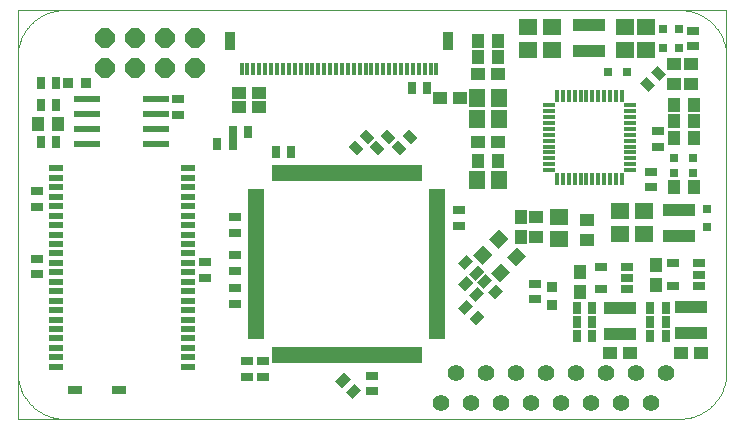
<source format=gts>
G75*
%MOIN*%
%OFA0B0*%
%FSLAX25Y25*%
%IPPOS*%
%LPD*%
%AMOC8*
5,1,8,0,0,1.08239X$1,22.5*
%
%ADD10C,0.00000*%
%ADD11R,0.05512X0.50394*%
%ADD12R,0.50394X0.05512*%
%ADD13R,0.05124X0.02369*%
%ADD14R,0.03156X0.03943*%
%ADD15R,0.03943X0.03156*%
%ADD16R,0.05124X0.03156*%
%ADD17R,0.01654X0.03937*%
%ADD18R,0.03937X0.01654*%
%ADD19R,0.11030X0.04337*%
%ADD20R,0.06306X0.05518*%
%ADD21R,0.02762X0.02762*%
%ADD22R,0.05518X0.06306*%
%ADD23R,0.04731X0.04337*%
%ADD24R,0.04337X0.04731*%
%ADD25R,0.09061X0.02369*%
%ADD26OC8,0.06400*%
%ADD27R,0.03550X0.03550*%
%ADD28R,0.04337X0.03156*%
%ADD29C,0.05550*%
%ADD30R,0.01581X0.04337*%
%ADD31R,0.03550X0.06306*%
D10*
X0006118Y0012146D02*
X0006118Y0026320D01*
X0006118Y0027894D02*
X0006118Y0133406D01*
X0006118Y0148367D01*
X0020291Y0148367D01*
X0021866Y0148367D02*
X0227378Y0148367D01*
X0228165Y0148367D02*
X0242339Y0148367D01*
X0242339Y0134194D01*
X0242339Y0132619D02*
X0242339Y0027107D01*
X0242338Y0027107D02*
X0242319Y0026726D01*
X0242290Y0026345D01*
X0242252Y0025966D01*
X0242205Y0025587D01*
X0242148Y0025210D01*
X0242082Y0024834D01*
X0242007Y0024460D01*
X0241923Y0024087D01*
X0241829Y0023717D01*
X0241727Y0023350D01*
X0241615Y0022985D01*
X0241495Y0022623D01*
X0241366Y0022264D01*
X0241228Y0021908D01*
X0241082Y0021556D01*
X0240926Y0021207D01*
X0240763Y0020862D01*
X0240591Y0020522D01*
X0240410Y0020185D01*
X0240222Y0019854D01*
X0240025Y0019527D01*
X0239821Y0019204D01*
X0239608Y0018887D01*
X0239388Y0018576D01*
X0239160Y0018270D01*
X0238925Y0017969D01*
X0238683Y0017674D01*
X0238433Y0017386D01*
X0238176Y0017103D01*
X0237913Y0016827D01*
X0237643Y0016558D01*
X0237366Y0016295D01*
X0237083Y0016039D01*
X0236794Y0015790D01*
X0236499Y0015548D01*
X0236198Y0015314D01*
X0235891Y0015087D01*
X0235579Y0014867D01*
X0235261Y0014655D01*
X0234939Y0014452D01*
X0234611Y0014256D01*
X0234279Y0014068D01*
X0233942Y0013888D01*
X0233602Y0013717D01*
X0233256Y0013554D01*
X0232907Y0013400D01*
X0232555Y0013254D01*
X0232199Y0013117D01*
X0231839Y0012988D01*
X0231477Y0012869D01*
X0231112Y0012758D01*
X0230744Y0012657D01*
X0230374Y0012564D01*
X0230001Y0012481D01*
X0229627Y0012407D01*
X0229251Y0012342D01*
X0228874Y0012286D01*
X0228495Y0012239D01*
X0228115Y0012202D01*
X0227734Y0012174D01*
X0227353Y0012155D01*
X0226972Y0012146D01*
X0226590Y0012146D01*
X0226591Y0012146D02*
X0021079Y0012146D01*
X0006118Y0012146D01*
X0021079Y0012147D02*
X0020698Y0012166D01*
X0020317Y0012195D01*
X0019938Y0012233D01*
X0019559Y0012280D01*
X0019182Y0012337D01*
X0018806Y0012403D01*
X0018432Y0012478D01*
X0018059Y0012562D01*
X0017689Y0012656D01*
X0017322Y0012758D01*
X0016957Y0012870D01*
X0016595Y0012990D01*
X0016236Y0013119D01*
X0015880Y0013257D01*
X0015528Y0013403D01*
X0015179Y0013559D01*
X0014834Y0013722D01*
X0014494Y0013894D01*
X0014157Y0014075D01*
X0013826Y0014263D01*
X0013499Y0014460D01*
X0013176Y0014664D01*
X0012859Y0014877D01*
X0012548Y0015097D01*
X0012242Y0015325D01*
X0011941Y0015560D01*
X0011646Y0015802D01*
X0011358Y0016052D01*
X0011075Y0016309D01*
X0010799Y0016572D01*
X0010530Y0016842D01*
X0010267Y0017119D01*
X0010011Y0017402D01*
X0009762Y0017691D01*
X0009520Y0017986D01*
X0009286Y0018287D01*
X0009059Y0018594D01*
X0008839Y0018906D01*
X0008627Y0019224D01*
X0008424Y0019546D01*
X0008228Y0019874D01*
X0008040Y0020206D01*
X0007860Y0020543D01*
X0007689Y0020883D01*
X0007526Y0021229D01*
X0007372Y0021578D01*
X0007226Y0021930D01*
X0007089Y0022286D01*
X0006960Y0022646D01*
X0006841Y0023008D01*
X0006730Y0023373D01*
X0006629Y0023741D01*
X0006536Y0024111D01*
X0006453Y0024484D01*
X0006379Y0024858D01*
X0006314Y0025234D01*
X0006258Y0025611D01*
X0006211Y0025990D01*
X0006174Y0026370D01*
X0006146Y0026751D01*
X0006127Y0027132D01*
X0006118Y0027513D01*
X0006118Y0027895D01*
X0006118Y0133406D02*
X0006137Y0133787D01*
X0006166Y0134168D01*
X0006204Y0134547D01*
X0006251Y0134926D01*
X0006308Y0135303D01*
X0006374Y0135679D01*
X0006449Y0136053D01*
X0006533Y0136426D01*
X0006627Y0136796D01*
X0006729Y0137163D01*
X0006841Y0137528D01*
X0006961Y0137890D01*
X0007090Y0138249D01*
X0007228Y0138605D01*
X0007374Y0138957D01*
X0007530Y0139306D01*
X0007693Y0139651D01*
X0007865Y0139991D01*
X0008046Y0140328D01*
X0008234Y0140659D01*
X0008431Y0140986D01*
X0008635Y0141309D01*
X0008848Y0141626D01*
X0009068Y0141937D01*
X0009296Y0142243D01*
X0009531Y0142544D01*
X0009773Y0142839D01*
X0010023Y0143127D01*
X0010280Y0143410D01*
X0010543Y0143686D01*
X0010813Y0143955D01*
X0011090Y0144218D01*
X0011373Y0144474D01*
X0011662Y0144723D01*
X0011957Y0144965D01*
X0012258Y0145199D01*
X0012565Y0145426D01*
X0012877Y0145646D01*
X0013195Y0145858D01*
X0013517Y0146061D01*
X0013845Y0146257D01*
X0014177Y0146445D01*
X0014514Y0146625D01*
X0014854Y0146796D01*
X0015200Y0146959D01*
X0015549Y0147113D01*
X0015901Y0147259D01*
X0016257Y0147396D01*
X0016617Y0147525D01*
X0016979Y0147644D01*
X0017344Y0147755D01*
X0017712Y0147856D01*
X0018082Y0147949D01*
X0018455Y0148032D01*
X0018829Y0148106D01*
X0019205Y0148171D01*
X0019582Y0148227D01*
X0019961Y0148274D01*
X0020341Y0148311D01*
X0020722Y0148339D01*
X0021103Y0148358D01*
X0021484Y0148367D01*
X0021866Y0148367D01*
X0227378Y0148367D02*
X0227759Y0148348D01*
X0228140Y0148319D01*
X0228519Y0148281D01*
X0228898Y0148234D01*
X0229275Y0148177D01*
X0229651Y0148111D01*
X0230025Y0148036D01*
X0230398Y0147952D01*
X0230768Y0147858D01*
X0231135Y0147756D01*
X0231500Y0147644D01*
X0231862Y0147524D01*
X0232221Y0147395D01*
X0232577Y0147257D01*
X0232929Y0147111D01*
X0233278Y0146955D01*
X0233623Y0146792D01*
X0233963Y0146620D01*
X0234300Y0146439D01*
X0234631Y0146251D01*
X0234958Y0146054D01*
X0235281Y0145850D01*
X0235598Y0145637D01*
X0235909Y0145417D01*
X0236215Y0145189D01*
X0236516Y0144954D01*
X0236811Y0144712D01*
X0237099Y0144462D01*
X0237382Y0144205D01*
X0237658Y0143942D01*
X0237927Y0143672D01*
X0238190Y0143395D01*
X0238446Y0143112D01*
X0238695Y0142823D01*
X0238937Y0142528D01*
X0239171Y0142227D01*
X0239398Y0141920D01*
X0239618Y0141608D01*
X0239830Y0141290D01*
X0240033Y0140968D01*
X0240229Y0140640D01*
X0240417Y0140308D01*
X0240597Y0139971D01*
X0240768Y0139631D01*
X0240931Y0139285D01*
X0241085Y0138936D01*
X0241231Y0138584D01*
X0241368Y0138228D01*
X0241497Y0137868D01*
X0241616Y0137506D01*
X0241727Y0137141D01*
X0241828Y0136773D01*
X0241921Y0136403D01*
X0242004Y0136030D01*
X0242078Y0135656D01*
X0242143Y0135280D01*
X0242199Y0134903D01*
X0242246Y0134524D01*
X0242283Y0134144D01*
X0242311Y0133763D01*
X0242330Y0133382D01*
X0242339Y0133001D01*
X0242339Y0132619D01*
D11*
X0146039Y0063800D03*
X0085409Y0063800D03*
D12*
X0115724Y0033485D03*
X0115724Y0094115D03*
D13*
X0062811Y0095611D03*
X0062811Y0092461D03*
X0062811Y0089312D03*
X0062811Y0086162D03*
X0062811Y0083012D03*
X0062811Y0079863D03*
X0062811Y0076713D03*
X0062811Y0073564D03*
X0062811Y0070414D03*
X0062811Y0067264D03*
X0062811Y0064115D03*
X0062811Y0060965D03*
X0062811Y0057816D03*
X0062811Y0054666D03*
X0062811Y0051516D03*
X0062811Y0048367D03*
X0062811Y0045217D03*
X0062811Y0042068D03*
X0062811Y0038918D03*
X0062811Y0035768D03*
X0062811Y0032619D03*
X0062811Y0029469D03*
X0018717Y0029469D03*
X0018717Y0032619D03*
X0018717Y0035768D03*
X0018717Y0038918D03*
X0018717Y0042068D03*
X0018717Y0045217D03*
X0018717Y0048367D03*
X0018717Y0051516D03*
X0018717Y0054666D03*
X0018717Y0057816D03*
X0018717Y0060965D03*
X0018717Y0064115D03*
X0018717Y0067264D03*
X0018717Y0070414D03*
X0018717Y0073564D03*
X0018717Y0076713D03*
X0018717Y0079863D03*
X0018717Y0083012D03*
X0018717Y0086162D03*
X0018717Y0089312D03*
X0018717Y0092461D03*
X0018717Y0095611D03*
D14*
X0018913Y0104272D03*
X0013795Y0104272D03*
X0013795Y0116871D03*
X0018913Y0116871D03*
X0018913Y0123957D03*
X0013795Y0123957D03*
X0072654Y0103682D03*
X0077772Y0103682D03*
X0077811Y0107697D03*
X0082929Y0107697D03*
X0092142Y0101123D03*
X0097260Y0101123D03*
G36*
X0121385Y0102186D02*
X0119153Y0099954D01*
X0116367Y0102740D01*
X0118599Y0104972D01*
X0121385Y0102186D01*
G37*
G36*
X0125004Y0105805D02*
X0122772Y0103573D01*
X0119986Y0106359D01*
X0122218Y0108591D01*
X0125004Y0105805D01*
G37*
G36*
X0128471Y0102186D02*
X0126239Y0099954D01*
X0123453Y0102740D01*
X0125685Y0104972D01*
X0128471Y0102186D01*
G37*
G36*
X0132090Y0105805D02*
X0129858Y0103573D01*
X0127072Y0106359D01*
X0129304Y0108591D01*
X0132090Y0105805D01*
G37*
G36*
X0135755Y0102186D02*
X0133523Y0099954D01*
X0130737Y0102740D01*
X0132969Y0104972D01*
X0135755Y0102186D01*
G37*
G36*
X0139374Y0105805D02*
X0137142Y0103573D01*
X0134356Y0106359D01*
X0136588Y0108591D01*
X0139374Y0105805D01*
G37*
X0137417Y0122383D03*
X0142535Y0122383D03*
G36*
X0213611Y0124000D02*
X0215843Y0126232D01*
X0218629Y0123446D01*
X0216397Y0121214D01*
X0213611Y0124000D01*
G37*
G36*
X0217230Y0127619D02*
X0219462Y0129851D01*
X0222248Y0127065D01*
X0220016Y0124833D01*
X0217230Y0127619D01*
G37*
G36*
X0155213Y0061841D02*
X0152981Y0064073D01*
X0155767Y0066859D01*
X0157999Y0064627D01*
X0155213Y0061841D01*
G37*
G36*
X0158832Y0058221D02*
X0156600Y0060453D01*
X0159386Y0063239D01*
X0161618Y0061007D01*
X0158832Y0058221D01*
G37*
G36*
X0162066Y0060559D02*
X0164298Y0058327D01*
X0161512Y0055541D01*
X0159280Y0057773D01*
X0162066Y0060559D01*
G37*
G36*
X0155213Y0054754D02*
X0152981Y0056986D01*
X0155767Y0059772D01*
X0157999Y0057540D01*
X0155213Y0054754D01*
G37*
G36*
X0158832Y0051135D02*
X0156600Y0053367D01*
X0159386Y0056153D01*
X0161618Y0053921D01*
X0158832Y0051135D01*
G37*
G36*
X0155213Y0046880D02*
X0152981Y0049112D01*
X0155767Y0051898D01*
X0157999Y0049666D01*
X0155213Y0046880D01*
G37*
G36*
X0158832Y0043261D02*
X0156600Y0045493D01*
X0159386Y0048279D01*
X0161618Y0046047D01*
X0158832Y0043261D01*
G37*
G36*
X0165685Y0056940D02*
X0167917Y0054708D01*
X0165131Y0051922D01*
X0162899Y0054154D01*
X0165685Y0056940D01*
G37*
X0192535Y0049154D03*
X0197654Y0049154D03*
X0197654Y0044430D03*
X0192535Y0044430D03*
X0192535Y0039705D03*
X0197654Y0039705D03*
X0216945Y0039705D03*
X0222063Y0039705D03*
X0222063Y0044430D03*
X0216945Y0044430D03*
X0216945Y0049154D03*
X0222063Y0049154D03*
G36*
X0117887Y0018851D02*
X0115655Y0021083D01*
X0118441Y0023869D01*
X0120673Y0021637D01*
X0117887Y0018851D01*
G37*
G36*
X0114268Y0022470D02*
X0112036Y0024702D01*
X0114822Y0027488D01*
X0117054Y0025256D01*
X0114268Y0022470D01*
G37*
D15*
X0124228Y0021398D03*
X0124228Y0026516D03*
X0088008Y0026123D03*
X0088008Y0031241D03*
X0082496Y0031241D03*
X0082496Y0026123D03*
X0078559Y0050532D03*
X0078559Y0055650D03*
X0078559Y0061556D03*
X0078559Y0066674D03*
X0068520Y0064312D03*
X0068520Y0059194D03*
X0078559Y0074154D03*
X0078559Y0079272D03*
X0059661Y0113524D03*
X0059661Y0118642D03*
X0012417Y0087934D03*
X0012417Y0082816D03*
X0012417Y0065493D03*
X0012417Y0060375D03*
X0153362Y0076516D03*
X0153362Y0081634D03*
X0178559Y0057225D03*
X0178559Y0052107D03*
X0217142Y0089312D03*
X0217142Y0094430D03*
X0219701Y0102894D03*
X0219701Y0108012D03*
X0231315Y0136359D03*
X0231315Y0141477D03*
D16*
X0039780Y0021595D03*
X0025213Y0021595D03*
D17*
X0185843Y0092087D03*
X0187811Y0092087D03*
X0189780Y0092087D03*
X0191748Y0092087D03*
X0193717Y0092087D03*
X0195685Y0092087D03*
X0197654Y0092087D03*
X0199622Y0092087D03*
X0201591Y0092087D03*
X0203559Y0092087D03*
X0205528Y0092087D03*
X0207496Y0092087D03*
X0207496Y0119607D03*
X0205528Y0119607D03*
X0203559Y0119607D03*
X0201591Y0119607D03*
X0199622Y0119607D03*
X0197654Y0119607D03*
X0195685Y0119607D03*
X0193717Y0119607D03*
X0191748Y0119607D03*
X0189780Y0119607D03*
X0187811Y0119607D03*
X0185843Y0119607D03*
D18*
X0183106Y0116674D03*
X0183106Y0114705D03*
X0183106Y0112737D03*
X0183106Y0110768D03*
X0183106Y0108800D03*
X0183106Y0106831D03*
X0183106Y0104863D03*
X0183106Y0102894D03*
X0183106Y0100926D03*
X0183106Y0098957D03*
X0183106Y0096989D03*
X0183106Y0095020D03*
X0210232Y0095020D03*
X0210232Y0096989D03*
X0210232Y0098957D03*
X0210232Y0100926D03*
X0210232Y0102894D03*
X0210232Y0104863D03*
X0210232Y0106831D03*
X0210232Y0108800D03*
X0210232Y0110768D03*
X0210232Y0112737D03*
X0210232Y0114705D03*
X0210232Y0116674D03*
D19*
X0196669Y0134587D03*
X0196669Y0143249D03*
X0226591Y0081831D03*
X0226591Y0073170D03*
X0230528Y0049548D03*
X0230528Y0040886D03*
X0206906Y0040493D03*
X0206906Y0049154D03*
D20*
X0186433Y0071989D03*
X0186433Y0079469D03*
X0206906Y0081241D03*
X0214780Y0081241D03*
X0214780Y0073760D03*
X0206906Y0073760D03*
X0208480Y0135178D03*
X0215567Y0135178D03*
X0215567Y0142658D03*
X0208480Y0142658D03*
X0184071Y0142658D03*
X0176197Y0142658D03*
X0176197Y0135178D03*
X0184071Y0135178D03*
D21*
X0202969Y0127894D03*
X0209268Y0127894D03*
X0221276Y0135768D03*
X0226591Y0135768D03*
X0226591Y0142068D03*
X0221276Y0142068D03*
X0225016Y0099154D03*
X0231315Y0099154D03*
X0231315Y0094036D03*
X0225016Y0094036D03*
X0236039Y0082225D03*
X0236039Y0075926D03*
D22*
X0166551Y0091674D03*
X0159071Y0091674D03*
X0159071Y0112146D03*
X0166551Y0112146D03*
X0166551Y0119233D03*
X0159071Y0119233D03*
D23*
X0153559Y0119233D03*
X0146866Y0119233D03*
X0159465Y0127107D03*
X0166157Y0127107D03*
X0166157Y0104272D03*
X0159465Y0104272D03*
X0178953Y0079272D03*
X0178953Y0072579D03*
X0195882Y0071792D03*
X0195882Y0078485D03*
X0225016Y0123760D03*
X0230528Y0123760D03*
X0230528Y0130453D03*
X0225016Y0130453D03*
X0086630Y0120808D03*
X0086630Y0116083D03*
X0079937Y0116083D03*
X0079937Y0120808D03*
X0203559Y0034194D03*
X0210252Y0034194D03*
X0227181Y0034194D03*
X0233874Y0034194D03*
D24*
X0218717Y0056831D03*
X0218717Y0063524D03*
X0193520Y0061162D03*
X0193520Y0054469D03*
G36*
X0172177Y0062994D02*
X0169111Y0066060D01*
X0172455Y0069404D01*
X0175521Y0066338D01*
X0172177Y0062994D01*
G37*
G36*
X0167165Y0064114D02*
X0170231Y0061048D01*
X0166887Y0057704D01*
X0163821Y0060770D01*
X0167165Y0064114D01*
G37*
G36*
X0161319Y0069960D02*
X0164385Y0066894D01*
X0161041Y0063550D01*
X0157975Y0066616D01*
X0161319Y0069960D01*
G37*
G36*
X0166331Y0068840D02*
X0163265Y0071906D01*
X0166609Y0075250D01*
X0169675Y0072184D01*
X0166331Y0068840D01*
G37*
X0173835Y0072579D03*
X0173835Y0079272D03*
X0166157Y0097973D03*
X0159465Y0097973D03*
X0159465Y0132619D03*
X0166157Y0132619D03*
X0166157Y0138131D03*
X0159465Y0138131D03*
X0224819Y0116871D03*
X0231512Y0116871D03*
X0231512Y0111359D03*
X0231512Y0105847D03*
X0224819Y0105847D03*
X0224819Y0111359D03*
X0224819Y0089312D03*
X0231512Y0089312D03*
X0019701Y0110571D03*
X0013008Y0110571D03*
D25*
X0029346Y0108898D03*
X0029346Y0103898D03*
X0029346Y0113898D03*
X0029346Y0118859D03*
X0052181Y0118859D03*
X0052181Y0113859D03*
X0052181Y0108859D03*
X0052181Y0103859D03*
D26*
X0055213Y0129194D03*
X0045213Y0129194D03*
X0035213Y0129194D03*
X0035213Y0139194D03*
X0045213Y0139194D03*
X0055213Y0139194D03*
X0065213Y0139194D03*
X0065213Y0129194D03*
D27*
X0028756Y0123957D03*
X0022850Y0123957D03*
X0184071Y0056044D03*
X0184071Y0050138D03*
D28*
X0200409Y0055257D03*
X0200409Y0062737D03*
X0209071Y0062737D03*
X0209071Y0058997D03*
X0209071Y0055257D03*
X0224622Y0056438D03*
X0233283Y0056438D03*
X0233283Y0060178D03*
X0233283Y0063918D03*
X0224622Y0063918D03*
D29*
X0222063Y0027383D03*
X0212063Y0027383D03*
X0202063Y0027383D03*
X0192063Y0027383D03*
X0182063Y0027383D03*
X0172063Y0027383D03*
X0162063Y0027383D03*
X0152063Y0027383D03*
X0157063Y0017383D03*
X0167063Y0017383D03*
X0177063Y0017383D03*
X0187063Y0017383D03*
X0197063Y0017383D03*
X0207063Y0017383D03*
X0217063Y0017383D03*
X0147063Y0017383D03*
D30*
X0145685Y0128879D03*
X0143717Y0128879D03*
X0141748Y0128879D03*
X0139780Y0128879D03*
X0137811Y0128879D03*
X0135843Y0128879D03*
X0133874Y0128879D03*
X0131906Y0128879D03*
X0129937Y0128879D03*
X0127969Y0128879D03*
X0126000Y0128879D03*
X0124031Y0128879D03*
X0122063Y0128879D03*
X0120094Y0128879D03*
X0118126Y0128879D03*
X0116157Y0128879D03*
X0114189Y0128879D03*
X0112220Y0128879D03*
X0110252Y0128879D03*
X0108283Y0128879D03*
X0106315Y0128879D03*
X0104346Y0128879D03*
X0102378Y0128879D03*
X0100409Y0128879D03*
X0098441Y0128879D03*
X0096472Y0128879D03*
X0094504Y0128879D03*
X0092535Y0128879D03*
X0090567Y0128879D03*
X0088598Y0128879D03*
X0086630Y0128879D03*
X0084661Y0128879D03*
X0082693Y0128879D03*
X0080724Y0128879D03*
D31*
X0076787Y0138131D03*
X0149622Y0138131D03*
M02*

</source>
